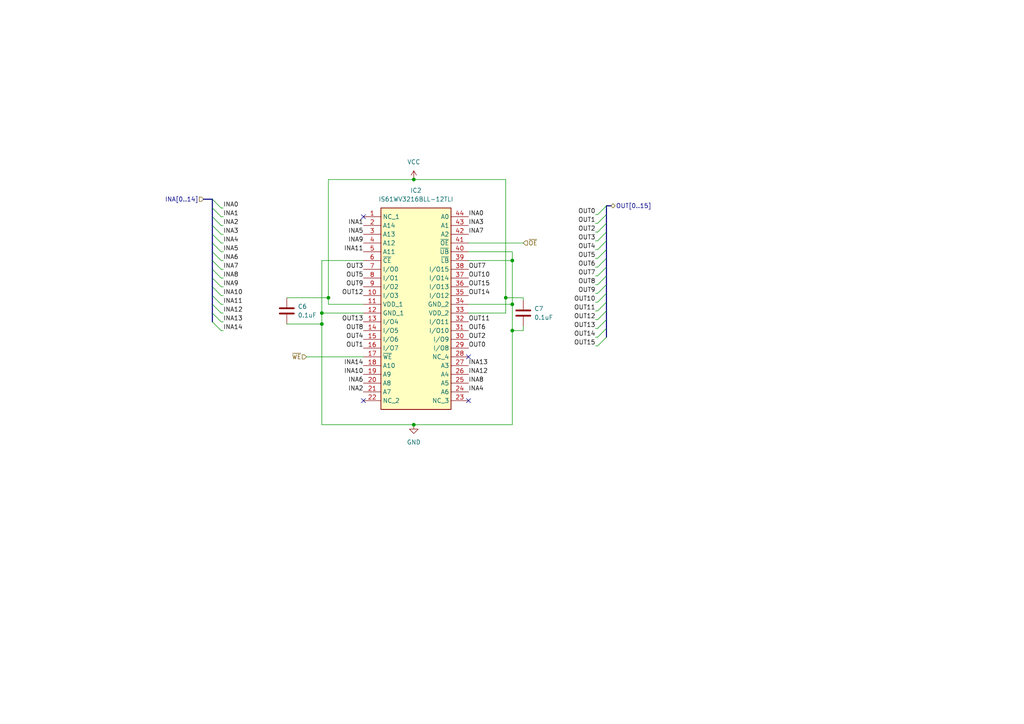
<source format=kicad_sch>
(kicad_sch (version 20231120) (generator "eeschema") (generator_version "8.0")
  (paper "A4")
  (lib_symbols
    (symbol "Device:C" (pin_numbers hide) (pin_names (offset 0.254))
      (property "Reference" "C" (at 0.635 2.54 0))
      (property "Value" "C" (at 0.635 -2.54 0))
      (symbol "C_0_1"
        (polyline (pts (xy -2.032 -0.762) (xy 2.032 -0.762)) (stroke (width 0.508)))
        (polyline (pts (xy -2.032 0.762) (xy 2.032 0.762)) (stroke (width 0.508)))
      )
      (symbol "C_1_1"
        (pin passive line (at 0 3.81 270) (length 2.794) (name "~") (number "1"))
        (pin passive line (at 0 -3.81 90) (length 2.794) (name "~") (number "2"))
      )
    )
    (symbol "IS61WV3216BLL-12TLI:IS61WV3216BLL-12TLI"
      (property "Reference" "IC" (at 26.67 7.62 0))
      (property "Value" "IS61WV3216BLL-12TLI" (at 26.67 5.08 0))
      (symbol "IS61WV3216BLL-12TLI_1_1"
        (rectangle (start 5.08 2.54) (end 25.4 -55.88) (stroke (width 0.254)) (fill (type background)))
        (pin passive line (at 0 0 0) (length 5.08) (name "NC_1") (number "1"))
        (pin passive line (at 0 -22.86 0) (length 5.08) (name "I/O3") (number "10"))
        (pin passive line (at 0 -25.4 0) (length 5.08) (name "VDD_1") (number "11"))
        (pin passive line (at 0 -27.94 0) (length 5.08) (name "GND_1") (number "12"))
        (pin passive line (at 0 -30.48 0) (length 5.08) (name "I/O4") (number "13"))
        (pin passive line (at 0 -33.02 0) (length 5.08) (name "I/O5") (number "14"))
        (pin passive line (at 0 -35.56 0) (length 5.08) (name "I/O6") (number "15"))
        (pin passive line (at 0 -38.1 0) (length 5.08) (name "I/O7") (number "16"))
        (pin passive line (at 0 -40.64 0) (length 5.08) (name "~{WE}") (number "17"))
        (pin passive line (at 0 -43.18 0) (length 5.08) (name "A10") (number "18"))
        (pin passive line (at 0 -45.72 0) (length 5.08) (name "A9") (number "19"))
        (pin passive line (at 0 -2.54 0) (length 5.08) (name "A14") (number "2"))
        (pin passive line (at 0 -48.26 0) (length 5.08) (name "A8") (number "20"))
        (pin passive line (at 0 -50.8 0) (length 5.08) (name "A7") (number "21"))
        (pin passive line (at 0 -53.34 0) (length 5.08) (name "NC_2") (number "22"))
        (pin passive line (at 30.48 -53.34 180) (length 5.08) (name "NC_3") (number "23"))
        (pin passive line (at 30.48 -50.8 180) (length 5.08) (name "A6") (number "24"))
        (pin passive line (at 30.48 -48.26 180) (length 5.08) (name "A5") (number "25"))
        (pin passive line (at 30.48 -45.72 180) (length 5.08) (name "A4") (number "26"))
        (pin passive line (at 30.48 -43.18 180) (length 5.08) (name "A3") (number "27"))
        (pin passive line (at 30.48 -40.64 180) (length 5.08) (name "NC_4") (number "28"))
        (pin passive line (at 30.48 -38.1 180) (length 5.08) (name "I/O8") (number "29"))
        (pin passive line (at 0 -5.08 0) (length 5.08) (name "A13") (number "3"))
        (pin passive line (at 30.48 -35.56 180) (length 5.08) (name "I/O9") (number "30"))
        (pin passive line (at 30.48 -33.02 180) (length 5.08) (name "I/O10") (number "31"))
        (pin passive line (at 30.48 -30.48 180) (length 5.08) (name "I/O11") (number "32"))
        (pin passive line (at 30.48 -27.94 180) (length 5.08) (name "VDD_2") (number "33"))
        (pin passive line (at 30.48 -25.4 180) (length 5.08) (name "GND_2") (number "34"))
        (pin passive line (at 30.48 -22.86 180) (length 5.08) (name "I/O12") (number "35"))
        (pin passive line (at 30.48 -20.32 180) (length 5.08) (name "I/O13") (number "36"))
        (pin passive line (at 30.48 -17.78 180) (length 5.08) (name "I/O14") (number "37"))
        (pin passive line (at 30.48 -15.24 180) (length 5.08) (name "I/O15") (number "38"))
        (pin passive line (at 30.48 -12.7 180) (length 5.08) (name "~{LB}") (number "39"))
        (pin passive line (at 0 -7.62 0) (length 5.08) (name "A12") (number "4"))
        (pin passive line (at 30.48 -10.16 180) (length 5.08) (name "~{UB}") (number "40"))
        (pin passive line (at 30.48 -7.62 180) (length 5.08) (name "~{OE}") (number "41"))
        (pin passive line (at 30.48 -5.08 180) (length 5.08) (name "A2") (number "42"))
        (pin passive line (at 30.48 -2.54 180) (length 5.08) (name "A1") (number "43"))
        (pin passive line (at 30.48 0 180) (length 5.08) (name "A0") (number "44"))
        (pin passive line (at 0 -10.16 0) (length 5.08) (name "A11") (number "5"))
        (pin passive line (at 0 -12.7 0) (length 5.08) (name "~{CE}") (number "6"))
        (pin passive line (at 0 -15.24 0) (length 5.08) (name "I/O0") (number "7"))
        (pin passive line (at 0 -17.78 0) (length 5.08) (name "I/O1") (number "8"))
        (pin passive line (at 0 -20.32 0) (length 5.08) (name "I/O2") (number "9"))
      )
    )
    (symbol "power:GND" (power) (pin_numbers hide) (pin_names (offset 0) hide)
      (property "Value" "GND" (at 0 -3.81 0))
      (symbol "GND_0_1"
        (polyline (pts (xy 0 0) (xy 0 -1.27) (xy 1.27 -1.27) (xy 0 -2.54) (xy -1.27 -1.27) (xy 0 -1.27)))
      )
      (symbol "GND_1_1"
        (pin power_in line (at 0 0 270) (length 0) (name "~") (number "1"))
      )
    )
    (symbol "power:VCC" (power) (pin_numbers hide) (pin_names (offset 0) hide)
      (property "Value" "VCC" (at 0 3.556 0))
      (symbol "VCC_0_1"
        (polyline (pts (xy -0.762 1.27) (xy 0 2.54)))
        (polyline (pts (xy 0 0) (xy 0 2.54)))
        (polyline (pts (xy 0 2.54) (xy 0.762 1.27)))
      )
      (symbol "VCC_1_1"
        (pin power_in line (at 0 0 90) (length 0) (name "~") (number "1"))
      )
    )
  )
  (junction (at 93.345 93.98))
  (junction (at 120.015 123.19))
  (junction (at 93.345 90.805))
  (junction (at 148.59 95.885))
  (junction (at 148.59 88.265))
  (junction (at 95.25 86.36))
  (junction (at 146.685 86.36))
  (junction (at 120.015 52.07))
  (junction (at 148.59 75.565))
  (no_connect (at 135.89 103.505))
  (no_connect (at 105.41 116.205))
  (no_connect (at 135.89 116.205))
  (no_connect (at 105.41 62.865))
  (bus_entry (at 175.895 67.31) (size -2.54 2.54))
  (bus_entry (at 175.895 85.09) (size -2.54 2.54))
  (bus_entry (at 61.595 70.485) (size 2.54 2.54))
  (bus_entry (at 175.895 74.93) (size -2.54 2.54))
  (bus_entry (at 175.895 62.23) (size -2.54 2.54))
  (bus_entry (at 61.595 65.405) (size 2.54 2.54))
  (bus_entry (at 175.895 92.71) (size -2.54 2.54))
  (bus_entry (at 175.895 77.47) (size -2.54 2.54))
  (bus_entry (at 61.595 85.725) (size 2.54 2.54))
  (bus_entry (at 61.595 75.565) (size 2.54 2.54))
  (bus_entry (at 61.595 88.265) (size 2.54 2.54))
  (bus_entry (at 175.895 82.55) (size -2.54 2.54))
  (bus_entry (at 61.595 80.645) (size 2.54 2.54))
  (bus_entry (at 61.595 93.345) (size 2.54 2.54))
  (bus_entry (at 175.895 87.63) (size -2.54 2.54))
  (bus_entry (at 61.595 67.945) (size 2.54 2.54))
  (bus_entry (at 175.895 72.39) (size -2.54 2.54))
  (bus_entry (at 175.895 97.79) (size -2.54 2.54))
  (bus_entry (at 175.895 90.17) (size -2.54 2.54))
  (bus_entry (at 61.595 57.785) (size 2.54 2.54))
  (bus_entry (at 175.895 69.85) (size -2.54 2.54))
  (bus_entry (at 175.895 64.77) (size -2.54 2.54))
  (bus_entry (at 61.595 78.105) (size 2.54 2.54))
  (bus_entry (at 175.895 80.01) (size -2.54 2.54))
  (bus_entry (at 61.595 83.185) (size 2.54 2.54))
  (bus_entry (at 175.895 59.69) (size -2.54 2.54))
  (bus_entry (at 61.595 90.805) (size 2.54 2.54))
  (bus_entry (at 175.895 95.25) (size -2.54 2.54))
  (bus_entry (at 61.595 73.025) (size 2.54 2.54))
  (bus_entry (at 61.595 62.865) (size 2.54 2.54))
  (bus_entry (at 61.595 60.325) (size 2.54 2.54))
  (bus (pts (xy 61.595 57.785) (xy 61.595 60.325)))
  (wire (pts (xy 64.135 85.725) (xy 64.77 85.725)))
  (wire (pts (xy 172.72 74.93) (xy 173.355 74.93)))
  (wire (pts (xy 148.59 73.025) (xy 148.59 75.565)))
  (bus (pts (xy 175.895 80.01) (xy 175.895 82.55)))
  (bus (pts (xy 61.595 85.725) (xy 61.595 88.265)))
  (wire (pts (xy 146.685 86.36) (xy 146.685 90.805)))
  (wire (pts (xy 148.59 95.885) (xy 148.59 88.265)))
  (wire (pts (xy 64.135 78.105) (xy 64.77 78.105)))
  (bus (pts (xy 175.895 64.77) (xy 175.895 67.31)))
  (bus (pts (xy 61.595 80.645) (xy 61.595 83.185)))
  (wire (pts (xy 64.135 60.325) (xy 64.77 60.325)))
  (wire (pts (xy 64.135 88.265) (xy 64.77 88.265)))
  (wire (pts (xy 146.685 52.07) (xy 146.685 86.36)))
  (wire (pts (xy 120.015 52.07) (xy 95.25 52.07)))
  (bus (pts (xy 175.895 69.85) (xy 175.895 72.39)))
  (wire (pts (xy 64.135 75.565) (xy 64.77 75.565)))
  (bus (pts (xy 175.895 77.47) (xy 175.895 80.01)))
  (wire (pts (xy 148.59 88.265) (xy 148.59 75.565)))
  (bus (pts (xy 175.895 67.31) (xy 175.895 69.85)))
  (wire (pts (xy 135.89 70.485) (xy 151.765 70.485)))
  (bus (pts (xy 175.895 85.09) (xy 175.895 87.63)))
  (wire (pts (xy 64.135 83.185) (xy 64.77 83.185)))
  (bus (pts (xy 175.895 72.39) (xy 175.895 74.93)))
  (wire (pts (xy 172.72 90.17) (xy 173.355 90.17)))
  (wire (pts (xy 146.685 90.805) (xy 135.89 90.805)))
  (bus (pts (xy 61.595 73.025) (xy 61.595 75.565)))
  (wire (pts (xy 64.135 95.885) (xy 64.77 95.885)))
  (wire (pts (xy 172.72 92.71) (xy 173.355 92.71)))
  (wire (pts (xy 64.135 70.485) (xy 64.77 70.485)))
  (wire (pts (xy 151.765 86.36) (xy 151.765 86.995)))
  (wire (pts (xy 172.72 97.79) (xy 173.355 97.79)))
  (wire (pts (xy 151.765 95.885) (xy 151.765 94.615)))
  (wire (pts (xy 88.9 103.505) (xy 105.41 103.505)))
  (wire (pts (xy 120.015 123.19) (xy 93.345 123.19)))
  (bus (pts (xy 59.055 57.785) (xy 61.595 57.785)))
  (bus (pts (xy 61.595 70.485) (xy 61.595 73.025)))
  (bus (pts (xy 61.595 78.105) (xy 61.595 80.645)))
  (wire (pts (xy 120.015 123.19) (xy 148.59 123.19)))
  (bus (pts (xy 61.595 90.805) (xy 61.595 93.345)))
  (wire (pts (xy 172.72 77.47) (xy 173.355 77.47)))
  (wire (pts (xy 93.345 90.805) (xy 105.41 90.805)))
  (wire (pts (xy 95.25 86.36) (xy 95.25 88.265)))
  (bus (pts (xy 177.165 59.69) (xy 175.895 59.69)))
  (wire (pts (xy 146.685 86.36) (xy 151.765 86.36)))
  (bus (pts (xy 61.595 67.945) (xy 61.595 70.485)))
  (wire (pts (xy 93.345 123.19) (xy 93.345 93.98)))
  (wire (pts (xy 64.135 62.865) (xy 64.77 62.865)))
  (wire (pts (xy 172.72 67.31) (xy 173.355 67.31)))
  (wire (pts (xy 148.59 123.19) (xy 148.59 95.885)))
  (bus (pts (xy 61.595 62.865) (xy 61.595 65.405)))
  (bus (pts (xy 175.895 90.17) (xy 175.895 92.71)))
  (wire (pts (xy 95.25 88.265) (xy 105.41 88.265)))
  (bus (pts (xy 175.895 87.63) (xy 175.895 90.17)))
  (wire (pts (xy 83.185 93.98) (xy 93.345 93.98)))
  (bus (pts (xy 61.595 60.325) (xy 61.595 62.865)))
  (wire (pts (xy 172.72 100.33) (xy 173.355 100.33)))
  (bus (pts (xy 175.895 92.71) (xy 175.895 95.25)))
  (wire (pts (xy 172.72 69.85) (xy 173.355 69.85)))
  (wire (pts (xy 95.25 52.07) (xy 95.25 86.36)))
  (bus (pts (xy 61.595 65.405) (xy 61.595 67.945)))
  (wire (pts (xy 148.59 88.265) (xy 135.89 88.265)))
  (wire (pts (xy 172.72 85.09) (xy 173.355 85.09)))
  (wire (pts (xy 172.72 82.55) (xy 173.355 82.55)))
  (wire (pts (xy 135.89 73.025) (xy 148.59 73.025)))
  (wire (pts (xy 172.72 64.77) (xy 173.355 64.77)))
  (wire (pts (xy 93.345 93.98) (xy 93.345 90.805)))
  (wire (pts (xy 64.135 67.945) (xy 64.77 67.945)))
  (wire (pts (xy 64.135 90.805) (xy 64.77 90.805)))
  (wire (pts (xy 172.72 95.25) (xy 173.355 95.25)))
  (bus (pts (xy 175.895 59.69) (xy 175.895 62.23)))
  (wire (pts (xy 64.135 80.645) (xy 64.77 80.645)))
  (bus (pts (xy 61.595 75.565) (xy 61.595 78.105)))
  (wire (pts (xy 148.59 95.885) (xy 151.765 95.885)))
  (wire (pts (xy 64.135 73.025) (xy 64.77 73.025)))
  (wire (pts (xy 172.72 62.23) (xy 173.355 62.23)))
  (wire (pts (xy 93.345 75.565) (xy 105.41 75.565)))
  (wire (pts (xy 83.185 86.36) (xy 95.25 86.36)))
  (wire (pts (xy 172.72 80.01) (xy 173.355 80.01)))
  (wire (pts (xy 93.345 90.805) (xy 93.345 75.565)))
  (wire (pts (xy 120.015 52.07) (xy 146.685 52.07)))
  (wire (pts (xy 148.59 75.565) (xy 135.89 75.565)))
  (bus (pts (xy 175.895 95.25) (xy 175.895 97.79)))
  (bus (pts (xy 175.895 74.93) (xy 175.895 77.47)))
  (bus (pts (xy 61.595 88.265) (xy 61.595 90.805)))
  (bus (pts (xy 175.895 82.55) (xy 175.895 85.09)))
  (wire (pts (xy 64.135 93.345) (xy 64.77 93.345)))
  (wire (pts (xy 64.135 65.405) (xy 64.77 65.405)))
  (bus (pts (xy 175.895 62.23) (xy 175.895 64.77)))
  (wire (pts (xy 172.72 87.63) (xy 173.355 87.63)))
  (bus (pts (xy 61.595 83.185) (xy 61.595 85.725)))
  (wire (pts (xy 172.72 72.39) (xy 173.355 72.39)))
  (label "OUT13" (at 105.41 93.345 180))
  (label "OUT2" (at 135.89 98.425 0))
  (label "INA5" (at 64.77 73.025 0))
  (label "OUT14" (at 135.89 85.725 0))
  (label "OUT9" (at 105.41 83.185 180))
  (label "OUT10" (at 135.89 80.645 0))
  (label "OUT1" (at 172.72 64.77 180))
  (label "OUT15" (at 172.72 100.33 180))
  (label "INA1" (at 105.41 65.405 180))
  (label "INA8" (at 135.89 111.125 0))
  (label "OUT3" (at 172.72 69.85 180))
  (label "OUT7" (at 135.89 78.105 0))
  (label "INA9" (at 105.41 70.485 180))
  (label "OUT1" (at 105.41 100.965 180))
  (label "OUT15" (at 135.89 83.185 0))
  (label "INA5" (at 105.41 67.945 180))
  (label "OUT4" (at 105.41 98.425 180))
  (label "OUT6" (at 135.89 95.885 0))
  (label "INA11" (at 64.77 88.265 0))
  (label "INA6" (at 64.77 75.565 0))
  (label "OUT7" (at 172.72 80.01 180))
  (label "OUT10" (at 172.72 87.63 180))
  (label "INA7" (at 64.77 78.105 0))
  (label "OUT4" (at 172.72 72.39 180))
  (label "OUT2" (at 172.72 67.31 180))
  (label "INA7" (at 135.89 67.945 0))
  (label "INA8" (at 64.77 80.645 0))
  (label "INA12" (at 64.77 90.805 0))
  (label "OUT6" (at 172.72 77.47 180))
  (label "OUT11" (at 172.72 90.17 180))
  (label "OUT9" (at 172.72 85.09 180))
  (label "OUT12" (at 172.72 92.71 180))
  (label "OUT8" (at 172.72 82.55 180))
  (label "OUT5" (at 105.41 80.645 180))
  (label "INA0" (at 64.77 60.325 0))
  (label "INA1" (at 64.77 62.865 0))
  (label "INA14" (at 105.41 106.045 180))
  (label "OUT3" (at 105.41 78.105 180))
  (label "OUT5" (at 172.72 74.93 180))
  (label "OUT0" (at 172.72 62.23 180))
  (label "INA10" (at 64.77 85.725 0))
  (label "OUT12" (at 105.41 85.725 180))
  (label "INA2" (at 64.77 65.405 0))
  (label "INA13" (at 135.89 106.045 0))
  (label "INA10" (at 105.41 108.585 180))
  (label "INA9" (at 64.77 83.185 0))
  (label "INA4" (at 135.89 113.665 0))
  (label "OUT13" (at 172.72 95.25 180))
  (label "INA3" (at 64.77 67.945 0))
  (label "INA2" (at 105.41 113.665 180))
  (label "OUT11" (at 135.89 93.345 0))
  (label "INA12" (at 135.89 108.585 0))
  (label "OUT8" (at 105.41 95.885 180))
  (label "OUT14" (at 172.72 97.79 180))
  (label "INA6" (at 105.41 111.125 180))
  (label "OUT0" (at 135.89 100.965 0))
  (label "INA3" (at 135.89 65.405 0))
  (label "INA13" (at 64.77 93.345 0))
  (label "INA0" (at 135.89 62.865 0))
  (label "INA4" (at 64.77 70.485 0))
  (label "INA14" (at 64.77 95.885 0))
  (label "INA11" (at 105.41 73.025 180))
  (hierarchical_label "~{OE}" (shape input) (at 151.765 70.485 0))
  (hierarchical_label "~{WE}" (shape input) (at 88.9 103.505 180))
  (hierarchical_label "INA[0..14]" (shape input) (at 59.055 57.785 180))
  (hierarchical_label "OUT[0..15]" (shape bidirectional) (at 177.165 59.69 0))
  (symbol (lib_id "IS61WV3216BLL-12TLI:IS61WV3216BLL-12TLI") (at 105.41 62.865 0) (unit 1)
    (property "Reference" "IC2" (at 120.65 55.245 0))
    (property "Value" "IS61WV3216BLL-12TLI" (at 120.65 57.785 0))
    (property "Footprint" "Package_SO:TSOP-II-44_10.16x18.41mm_P0.8mm" (effects (hide yes)))
    (property "Datasheet" "https://componentsearchengine.com/Datasheets/1/IS61WV3216BLL-12TLI.pdf" (effects (hide yes)))
    (property "Description" "SRAM 512K 32Kx16 12ns Async SRAM 3.3v" (effects (hide yes)))
    (property "Height" "1.2" (effects (hide yes)))
    (property "Mouser Part Number" "870-61WV3216BLL12TLI" (effects (hide yes)))
    (property "Mouser Price/Stock" "http://www.mouser.com/Search/ProductDetail.aspx?qs=AG1tZYOK7s6RpOOcVGbDAw%3d%3d" (effects (hide yes)))
    (property "Manufacturer_Name" "Integrated Silicon Solution Inc." (effects (hide yes)))
    (property "Manufacturer_Part_Number" "IS61WV3216BLL-12TLI" (effects (hide yes)))
  )
  (symbol (lib_id "Device:C") (at 83.185 90.17 0) (unit 1)
    (property "Reference" "C6" (at 86.36 88.8999 0) (effects (justify left)))
    (property "Value" "0.1uF" (at 86.36 91.4399 0) (effects (justify left)))
    (property "Footprint" "Capacitor_SMD:C_0603_1608Metric" (effects (hide yes)))
    (property "Description" "Unpolarized capacitor" (effects (hide yes)))
    (instances (project "" (path "" (reference "C6") (unit 1))) (project "" (path "" (reference "C3") (unit 1))))
  )
  (symbol (lib_id "power:VCC") (at 120.015 52.07 0) (unit 1)
    (property "Reference" "#PWR012" (effects (hide yes)))
    (property "Value" "VCC" (at 120.015 46.99 0))
    (property "Description" "Power symbol creates a global label with name \"VCC\"" (effects (hide yes)))
    (instances (project "" (path "" (reference "#PWR012") (unit 1))) (project "" (path "" (reference "#PWR09") (unit 1))))
  )
  (symbol (lib_id "Device:C") (at 151.765 90.805 0) (unit 1)
    (property "Reference" "C7" (at 154.94 89.5349 0) (effects (justify left)))
    (property "Value" "0.1uF" (at 154.94 92.0749 0) (effects (justify left)))
    (property "Footprint" "Capacitor_SMD:C_0603_1608Metric" (effects (hide yes)))
    (property "Description" "Unpolarized capacitor" (effects (hide yes)))
    (instances (project "AOS16 Double Buffer" (path "" (reference "C7") (unit 1))) (project "AOS16 Double Buffer" (path "" (reference "C4") (unit 1))))
  )
  (symbol (lib_id "power:GND") (at 120.015 123.19 0) (unit 1)
    (property "Reference" "#PWR013" (effects (hide yes)))
    (property "Value" "GND" (at 120.015 128.27 0))
    (property "Description" "Power symbol creates a global label with name \"GND\" , ground" (effects (hide yes)))
    (instances (project "" (path "" (reference "#PWR013") (unit 1))) (project "" (path "" (reference "#PWR010") (unit 1))))
  )
)
</source>
